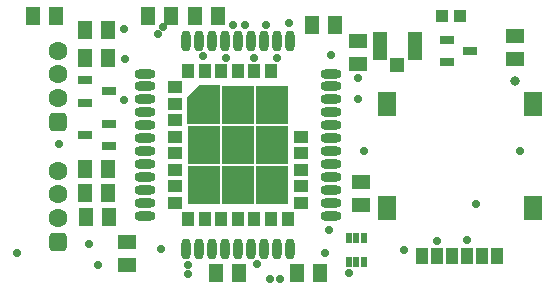
<source format=gbr>
G04*
G04 #@! TF.GenerationSoftware,Altium Limited,Altium Designer,23.0.1 (38)*
G04*
G04 Layer_Color=8388736*
%FSLAX25Y25*%
%MOIN*%
G70*
G04*
G04 #@! TF.SameCoordinates,29F5B130-E819-45AE-A50E-1DD68B7551F0*
G04*
G04*
G04 #@! TF.FilePolarity,Negative*
G04*
G01*
G75*
%ADD25O,0.07099X0.03162*%
%ADD26O,0.03162X0.07099*%
%ADD27R,0.05131X0.04343*%
%ADD28R,0.04343X0.05131*%
%ADD29R,0.11036X0.13005*%
%ADD30R,0.06115X0.04934*%
%ADD31R,0.04934X0.06115*%
%ADD32R,0.05918X0.07887*%
%ADD33R,0.04343X0.05524*%
%ADD34R,0.04737X0.03162*%
%ADD35R,0.03950X0.03950*%
%ADD36R,0.05131X0.09658*%
%ADD37R,0.04934X0.05131*%
%ADD38R,0.01981X0.03556*%
%ADD39C,0.06312*%
G04:AMPARAMS|DCode=40|XSize=63.12mil|YSize=63.12mil|CornerRadius=17.78mil|HoleSize=0mil|Usage=FLASHONLY|Rotation=90.000|XOffset=0mil|YOffset=0mil|HoleType=Round|Shape=RoundedRectangle|*
%AMROUNDEDRECTD40*
21,1,0.06312,0.02756,0,0,90.0*
21,1,0.02756,0.06312,0,0,90.0*
1,1,0.03556,0.01378,0.01378*
1,1,0.03556,0.01378,-0.01378*
1,1,0.03556,-0.01378,-0.01378*
1,1,0.03556,-0.01378,0.01378*
%
%ADD40ROUNDEDRECTD40*%
%ADD41C,0.02800*%
%ADD42C,0.03300*%
G36*
X377095Y256504D02*
X366071D01*
Y265441D01*
X370126Y269496D01*
X377095D01*
Y256504D01*
D02*
G37*
D25*
X352095Y273433D02*
D03*
Y269102D02*
D03*
Y264772D02*
D03*
Y260441D02*
D03*
Y256110D02*
D03*
Y251780D02*
D03*
Y247449D02*
D03*
Y243118D02*
D03*
Y238787D02*
D03*
Y234457D02*
D03*
Y230126D02*
D03*
Y225795D02*
D03*
X413905D02*
D03*
Y230126D02*
D03*
Y234457D02*
D03*
Y238787D02*
D03*
Y243118D02*
D03*
Y247449D02*
D03*
Y251780D02*
D03*
Y256110D02*
D03*
Y260441D02*
D03*
Y264772D02*
D03*
Y269102D02*
D03*
Y273433D02*
D03*
D26*
X365677Y214968D02*
D03*
X370008D02*
D03*
X374339D02*
D03*
X378669D02*
D03*
X383000D02*
D03*
X387331D02*
D03*
X391661D02*
D03*
X395992D02*
D03*
X400323D02*
D03*
Y284260D02*
D03*
X395992D02*
D03*
X391661D02*
D03*
X387331D02*
D03*
X383000D02*
D03*
X378669D02*
D03*
X374339D02*
D03*
X370008D02*
D03*
X365677D02*
D03*
D27*
X361937Y268905D02*
D03*
Y263394D02*
D03*
Y257882D02*
D03*
Y252370D02*
D03*
Y246858D02*
D03*
Y241347D02*
D03*
Y235835D02*
D03*
Y230323D02*
D03*
X404063D02*
D03*
Y235835D02*
D03*
Y241347D02*
D03*
Y246858D02*
D03*
Y252370D02*
D03*
D28*
X366465Y224811D02*
D03*
X371976D02*
D03*
X377488D02*
D03*
X383000D02*
D03*
X388512D02*
D03*
X394024D02*
D03*
X399535D02*
D03*
X394024Y274417D02*
D03*
X388512D02*
D03*
X383000D02*
D03*
X377488D02*
D03*
X371976D02*
D03*
X366465D02*
D03*
D29*
X394417Y236228D02*
D03*
X383000D02*
D03*
X371583D02*
D03*
X394417Y249614D02*
D03*
X383000D02*
D03*
X371583D02*
D03*
X394417Y263000D02*
D03*
X383000D02*
D03*
D30*
X423000Y284339D02*
D03*
X346000Y217339D02*
D03*
X423000Y276661D02*
D03*
X346000Y209661D02*
D03*
X424000Y237339D02*
D03*
Y229661D02*
D03*
X475500Y278323D02*
D03*
Y286000D02*
D03*
D31*
X410500Y207000D02*
D03*
X402823D02*
D03*
X332161Y278500D02*
D03*
X339839D02*
D03*
Y288000D02*
D03*
X332161D02*
D03*
X383339Y207000D02*
D03*
X375661D02*
D03*
X415339Y289500D02*
D03*
X407661D02*
D03*
X314823Y292500D02*
D03*
X322500D02*
D03*
X340000Y225500D02*
D03*
X332323D02*
D03*
X339839Y233500D02*
D03*
X332161D02*
D03*
X339839Y241500D02*
D03*
X332161D02*
D03*
X353161Y292500D02*
D03*
X360839D02*
D03*
X368823D02*
D03*
X376500D02*
D03*
D32*
X432787Y263287D02*
D03*
Y228642D02*
D03*
X481213Y263287D02*
D03*
Y228642D02*
D03*
D33*
X444500Y212500D02*
D03*
X454500D02*
D03*
X464500D02*
D03*
X449500D02*
D03*
X459500D02*
D03*
X469500D02*
D03*
D34*
X339937Y249260D02*
D03*
Y256740D02*
D03*
X332063Y253000D02*
D03*
Y271240D02*
D03*
Y263760D02*
D03*
X339937Y267500D02*
D03*
X452563Y284740D02*
D03*
Y277260D02*
D03*
X460437Y281000D02*
D03*
D35*
X456953Y292500D02*
D03*
X451047D02*
D03*
D36*
X430386Y282500D02*
D03*
X442000D02*
D03*
D37*
X436193Y276398D02*
D03*
D38*
X419941Y210563D02*
D03*
X422500D02*
D03*
X425059D02*
D03*
Y218437D02*
D03*
X422500D02*
D03*
X419941D02*
D03*
D39*
X323000Y233126D02*
D03*
Y241000D02*
D03*
Y225252D02*
D03*
Y281000D02*
D03*
Y273126D02*
D03*
Y265252D02*
D03*
D40*
Y217378D02*
D03*
Y257378D02*
D03*
D41*
X459500Y218000D02*
D03*
X412060Y213577D02*
D03*
X397176Y204969D02*
D03*
X393640D02*
D03*
X389495Y210000D02*
D03*
X366382Y209736D02*
D03*
X379000Y278583D02*
D03*
X371349Y279302D02*
D03*
X414000Y279469D02*
D03*
X385500Y289750D02*
D03*
X392500D02*
D03*
X381500D02*
D03*
X400000Y290423D02*
D03*
X396008Y278571D02*
D03*
X423000Y265000D02*
D03*
X356323Y286475D02*
D03*
X357943Y289000D02*
D03*
X425000Y247500D02*
D03*
X423000Y272000D02*
D03*
X357500Y215000D02*
D03*
X336500Y209500D02*
D03*
X388500Y278500D02*
D03*
X420000Y207000D02*
D03*
X477000Y247500D02*
D03*
X345000Y288423D02*
D03*
X345354Y278146D02*
D03*
X438500Y214500D02*
D03*
X366500Y206500D02*
D03*
X323500Y250000D02*
D03*
X309500Y213500D02*
D03*
X333500Y216500D02*
D03*
X345000Y264500D02*
D03*
X413500Y221114D02*
D03*
X449500Y217500D02*
D03*
X462500Y230000D02*
D03*
D42*
X475500Y271000D02*
D03*
M02*

</source>
